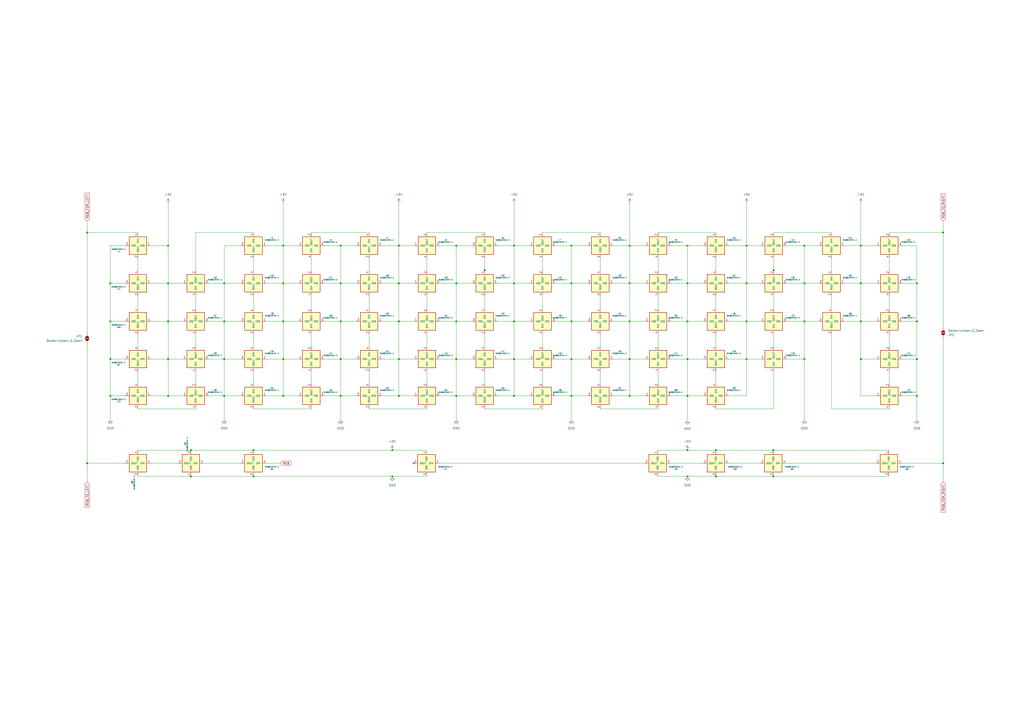
<source format=kicad_sch>
(kicad_sch (version 20250114) (generator "eeschema") (generator_version "9.0")
  (paper "A2")
  (title_block (title "OmniCode:9001 - GlyphMatrix RGB") (date "2025-07-04"))
  (lib_symbols
    (symbol "Jumper:SolderJumper_2_Open" (pin_numbers (hide yes)) (pin_names (offset 0) (hide yes)) (in_bom no)
      (property "Reference" "JP" (at 0 2.032 0))
      (property "Value" "SolderJumper_2_Open" (at 0 -2.54 0))
      (symbol "SolderJumper_2_Open_1_1"
        (pin passive line (at -3.81 0 0) (length 2.54) (name "A") (number "1"))
        (pin passive line (at 3.81 0 180) (length 2.54) (name "B") (number "2"))
      )
    )
    (symbol "TB2086_LED:SK6812MINI-E" (pin_names (offset 1.016))
      (property "Reference" "L" (at 2.54 -7.62 0))
      (property "Value" "SK6812MINI-E" (at 6.35 -6.35 0))
      (symbol "SK6812MINI-E_1_1"
        (pin input line (at -7.62 0 0) (length 2.54) (name "DIN") (number "4"))
        (pin power_in line (at 0 7.62 270) (length 2.54) (name "VDD") (number "1"))
        (pin power_in line (at 0 -7.62 90) (length 2.54) (name "VSS") (number "3"))
        (pin output line (at 7.62 0 180) (length 2.54) (name "DOUT") (number "2"))
      )
    )
    (symbol "power:+5V" (power) (pin_names (offset 0))
      (property "Value" "+5V" (at 0 3.556 0))
      (symbol "+5V_1_1"
        (pin power_in line (at 0 0 90) (length 0) (hide yes) (name "+5V") (number "1"))
      )
    )
    (symbol "power:GND" (power) (pin_names (offset 0))
      (property "Value" "GND" (at 0 -3.81 0))
      (symbol "GND_1_1"
        (pin power_in line (at 0 0 270) (length 0) (hide yes) (name "GND") (number "1"))
      )
    )
  )
  (junction (at 499.364 186.436))
  (junction (at 227.584 261.112))
  (junction (at 130.048 208.28))
  (junction (at 466.598 164.338))
  (junction (at 164.338 164.338))
  (junction (at 164.338 229.616))
  (junction (at 398.78 164.338))
  (junction (at 531.876 186.436))
  (junction (at 197.612 229.616))
  (junction (at 264.668 208.28))
  (junction (at 466.598 186.436))
  (junction (at 331.47 229.616))
  (junction (at 365.252 142.494))
  (junction (at 298.196 186.436))
  (junction (at 415.29 276.352))
  (junction (at 64.008 186.436))
  (junction (at 398.78 276.352))
  (junction (at 433.07 164.338))
  (junction (at 398.78 229.616))
  (junction (at 415.29 261.112))
  (junction (at 448.564 261.112))
  (junction (at 499.364 142.494))
  (junction (at 398.78 186.436))
  (junction (at 130.048 186.436))
  (junction (at 466.598 142.494))
  (junction (at 97.536 142.494))
  (junction (at 231.394 208.28))
  (junction (at 365.252 164.338))
  (junction (at 499.364 164.338))
  (junction (at 298.196 208.28))
  (junction (at 499.364 208.28))
  (junction (at 298.196 142.494))
  (junction (at 433.07 186.436))
  (junction (at 398.78 261.112))
  (junction (at 547.116 134.874))
  (junction (at 365.252 229.616))
  (junction (at 264.668 164.338))
  (junction (at 64.008 208.28))
  (junction (at 164.338 208.28))
  (junction (at 398.78 142.494))
  (junction (at 130.048 164.338))
  (junction (at 331.47 186.436))
  (junction (at 365.252 208.28))
  (junction (at 97.536 229.616))
  (junction (at 110.744 261.112))
  (junction (at 531.876 208.28))
  (junction (at 147.066 261.112))
  (junction (at 110.744 276.352))
  (junction (at 231.394 186.436))
  (junction (at 64.008 164.338))
  (junction (at 147.066 276.352))
  (junction (at 231.394 164.338))
  (junction (at 531.876 164.338))
  (junction (at 197.612 186.436))
  (junction (at 298.196 229.616))
  (junction (at 264.668 142.494))
  (junction (at 398.78 208.28))
  (junction (at 231.394 229.616))
  (junction (at 231.394 142.494))
  (junction (at 448.818 156.718))
  (junction (at 547.116 268.732))
  (junction (at 97.536 186.436))
  (junction (at 365.252 186.436))
  (junction (at 64.008 229.616))
  (junction (at 466.598 208.28))
  (junction (at 97.536 208.28))
  (junction (at 197.612 208.28))
  (junction (at 164.338 142.494))
  (junction (at 130.048 229.616))
  (junction (at 97.536 164.338))
  (junction (at 331.47 208.28))
  (junction (at 264.668 186.436))
  (junction (at 298.196 164.338))
  (junction (at 227.584 276.352))
  (junction (at 164.338 186.436))
  (junction (at 531.876 229.616))
  (junction (at 281.178 156.718))
  (junction (at 197.612 142.494))
  (junction (at 331.47 142.494))
  (junction (at 448.564 276.352))
  (junction (at 433.07 142.494))
  (junction (at 433.07 208.28))
  (junction (at 50.546 134.874))
  (junction (at 264.668 229.616))
  (junction (at 331.47 164.338))
  (junction (at 50.546 268.732))
  (junction (at 197.612 164.338))
  (no_connect (at 239.776 268.732))
  (wire (pts (xy 281.178 171.958) (xy 281.178 178.816)))
  (wire (pts (xy 214.122 237.236) (xy 247.65 237.236)))
  (wire (pts (xy 398.78 208.28) (xy 398.78 229.616)))
  (wire (pts (xy 64.008 186.436) (xy 72.39 186.436)))
  (wire (pts (xy 164.338 164.338) (xy 164.338 186.436)))
  (wire (pts (xy 531.876 164.338) (xy 531.876 186.436)))
  (wire (pts (xy 255.27 229.616) (xy 264.668 229.616)))
  (wire (pts (xy 381.762 150.114) (xy 381.762 156.718)))
  (wire (pts (xy 466.598 186.436) (xy 466.598 208.28)))
  (wire (pts (xy 197.612 229.616) (xy 197.612 243.332)))
  (wire (pts (xy 197.612 229.616) (xy 206.502 229.616)))
  (wire (pts (xy 231.394 142.494) (xy 231.394 164.338)))
  (wire (pts (xy 264.668 164.338) (xy 264.668 186.436)))
  (wire (pts (xy 355.854 186.436) (xy 365.252 186.436)))
  (wire (pts (xy 121.158 229.616) (xy 130.048 229.616)))
  (wire (pts (xy 214.122 215.9) (xy 214.122 221.996)))
  (wire (pts (xy 113.538 134.874) (xy 113.538 156.718)))
  (wire (pts (xy 255.016 268.732) (xy 373.888 268.732)))
  (wire (pts (xy 415.29 150.114) (xy 415.29 156.718)))
  (wire (pts (xy 499.364 164.338) (xy 508.254 164.338)))
  (wire (pts (xy 499.364 164.338) (xy 499.364 186.436)))
  (wire (pts (xy 466.598 208.28) (xy 466.598 243.332)))
  (wire (pts (xy 407.67 268.732) (xy 389.128 268.732)))
  (wire (pts (xy 80.01 261.112) (xy 110.744 261.112)))
  (wire (pts (xy 415.29 215.9) (xy 415.29 221.996)))
  (wire (pts (xy 197.612 142.494) (xy 197.612 164.338)))
  (wire (pts (xy 64.008 229.616) (xy 64.008 243.332)))
  (wire (pts (xy 147.066 194.056) (xy 147.066 200.66)))
  (wire (pts (xy 64.008 229.616) (xy 72.39 229.616)))
  (wire (pts (xy 288.798 208.28) (xy 298.196 208.28)))
  (wire (pts (xy 448.818 134.874) (xy 482.346 134.874)))
  (wire (pts (xy 231.394 142.494) (xy 240.03 142.494)))
  (wire (pts (xy 381.762 171.958) (xy 381.762 178.816)))
  (wire (pts (xy 281.178 194.056) (xy 281.178 200.66)))
  (wire (pts (xy 180.594 171.958) (xy 180.594 178.816)))
  (wire (pts (xy 97.536 186.436) (xy 97.536 208.28)))
  (wire (pts (xy 331.47 164.338) (xy 340.614 164.338)))
  (wire (pts (xy 221.742 142.494) (xy 231.394 142.494)))
  (wire (pts (xy 50.546 268.732) (xy 50.546 279.654)))
  (wire (pts (xy 197.612 164.338) (xy 197.612 186.436)))
  (wire (pts (xy 381.508 276.352) (xy 398.78 276.352)))
  (wire (pts (xy 355.854 208.28) (xy 365.252 208.28)))
  (wire (pts (xy 130.048 164.338) (xy 130.048 186.436)))
  (wire (pts (xy 197.612 186.436) (xy 206.502 186.436)))
  (wire (pts (xy 440.944 268.732) (xy 422.91 268.732)))
  (wire (pts (xy 87.63 164.338) (xy 97.536 164.338)))
  (wire (pts (xy 130.048 142.494) (xy 130.048 164.338)))
  (wire (pts (xy 288.798 142.494) (xy 298.196 142.494)))
  (wire (pts (xy 499.364 142.494) (xy 508.254 142.494)))
  (wire (pts (xy 365.252 186.436) (xy 365.252 208.28)))
  (wire (pts (xy 255.27 164.338) (xy 264.668 164.338)))
  (wire (pts (xy 180.594 150.114) (xy 180.594 156.718)))
  (wire (pts (xy 64.008 142.494) (xy 72.39 142.494)))
  (wire (pts (xy 147.066 171.958) (xy 147.066 178.816)))
  (wire (pts (xy 87.63 186.436) (xy 97.536 186.436)))
  (wire (pts (xy 180.594 194.056) (xy 180.594 200.66)))
  (wire (pts (xy 130.048 229.616) (xy 139.446 229.616)))
  (wire (pts (xy 154.686 229.616) (xy 164.338 229.616)))
  (wire (pts (xy 515.874 150.114) (xy 515.874 156.718)))
  (wire (pts (xy 264.668 229.616) (xy 264.668 243.332)))
  (wire (pts (xy 415.29 261.112) (xy 448.564 261.112)))
  (wire (pts (xy 314.706 237.49) (xy 314.706 237.236)))
  (wire (pts (xy 355.854 142.494) (xy 365.252 142.494)))
  (wire (pts (xy 50.546 200.152) (xy 50.546 268.732)))
  (wire (pts (xy 121.158 164.338) (xy 130.048 164.338)))
  (wire (pts (xy 80.01 150.114) (xy 80.01 156.718)))
  (wire (pts (xy 389.382 186.436) (xy 398.78 186.436)))
  (wire (pts (xy 398.78 276.352) (xy 415.29 276.352)))
  (wire (pts (xy 466.598 142.494) (xy 466.598 164.338)))
  (wire (pts (xy 314.706 150.114) (xy 314.706 156.718)))
  (wire (pts (xy 298.196 164.338) (xy 298.196 186.436)))
  (wire (pts (xy 221.742 186.436) (xy 231.394 186.436)))
  (wire (pts (xy 448.818 157.48) (xy 448.818 156.718)))
  (wire (pts (xy 110.744 276.352) (xy 147.066 276.352)))
  (wire (pts (xy 298.196 142.494) (xy 307.086 142.494)))
  (wire (pts (xy 164.338 186.436) (xy 172.974 186.436)))
  (wire (pts (xy 97.536 208.28) (xy 105.918 208.28)))
  (wire (pts (xy 97.536 208.28) (xy 97.536 229.616)))
  (wire (pts (xy 164.338 208.28) (xy 172.974 208.28)))
  (wire (pts (xy 264.668 142.494) (xy 264.668 164.338)))
  (wire (pts (xy 355.854 164.338) (xy 365.252 164.338)))
  (wire (pts (xy 281.178 150.114) (xy 281.178 156.718)))
  (wire (pts (xy 448.818 171.958) (xy 448.818 178.816)))
  (wire (pts (xy 221.742 164.338) (xy 231.394 164.338)))
  (wire (pts (xy 398.78 208.28) (xy 407.67 208.28)))
  (wire (pts (xy 97.536 164.338) (xy 97.536 186.436)))
  (wire (pts (xy 482.346 171.958) (xy 482.346 178.816)))
  (wire (pts (xy 322.326 164.338) (xy 331.47 164.338)))
  (wire (pts (xy 64.008 164.338) (xy 72.39 164.338)))
  (wire (pts (xy 433.07 142.494) (xy 433.07 164.338)))
  (wire (pts (xy 87.63 268.732) (xy 103.124 268.732)))
  (wire (pts (xy 348.234 237.236) (xy 381.762 237.236)))
  (wire (pts (xy 147.066 261.112) (xy 227.584 261.112)))
  (wire (pts (xy 139.446 268.732) (xy 118.364 268.732)))
  (wire (pts (xy 365.252 142.494) (xy 365.252 164.338)))
  (wire (pts (xy 499.364 186.436) (xy 508.254 186.436)))
  (wire (pts (xy 331.47 208.28) (xy 340.614 208.28)))
  (wire (pts (xy 281.178 215.9) (xy 281.178 221.996)))
  (wire (pts (xy 154.686 164.338) (xy 164.338 164.338)))
  (wire (pts (xy 365.252 142.494) (xy 374.142 142.494)))
  (wire (pts (xy 398.78 229.616) (xy 398.78 243.586)))
  (wire (pts (xy 231.394 208.28) (xy 240.03 208.28)))
  (wire (pts (xy 466.598 186.436) (xy 474.726 186.436)))
  (wire (pts (xy 298.196 186.436) (xy 307.086 186.436)))
  (wire (pts (xy 164.338 186.436) (xy 164.338 208.28)))
  (wire (pts (xy 547.116 268.732) (xy 547.116 279.654)))
  (wire (pts (xy 499.364 117.856) (xy 499.364 142.494)))
  (wire (pts (xy 365.252 229.616) (xy 374.142 229.616)))
  (wire (pts (xy 381.508 261.112) (xy 398.78 261.112)))
  (wire (pts (xy 50.546 134.874) (xy 80.01 134.874)))
  (wire (pts (xy 130.048 186.436) (xy 130.048 208.28)))
  (wire (pts (xy 331.47 142.494) (xy 331.47 164.338)))
  (wire (pts (xy 398.78 164.338) (xy 407.67 164.338)))
  (wire (pts (xy 523.494 186.436) (xy 531.876 186.436)))
  (wire (pts (xy 398.78 186.436) (xy 407.67 186.436)))
  (wire (pts (xy 398.78 186.436) (xy 398.78 208.28)))
  (wire (pts (xy 197.612 142.494) (xy 206.502 142.494)))
  (wire (pts (xy 322.326 142.494) (xy 331.47 142.494)))
  (wire (pts (xy 499.364 229.616) (xy 508.254 229.616)))
  (wire (pts (xy 466.598 164.338) (xy 474.726 164.338)))
  (wire (pts (xy 422.91 186.436) (xy 433.07 186.436)))
  (wire (pts (xy 154.686 186.436) (xy 164.338 186.436)))
  (wire (pts (xy 197.612 186.436) (xy 197.612 208.28)))
  (wire (pts (xy 110.744 261.112) (xy 147.066 261.112)))
  (wire (pts (xy 130.048 186.436) (xy 139.446 186.436)))
  (wire (pts (xy 389.382 164.338) (xy 398.78 164.338)))
  (wire (pts (xy 231.394 117.856) (xy 231.394 142.494)))
  (wire (pts (xy 331.47 186.436) (xy 340.614 186.436)))
  (wire (pts (xy 64.008 208.28) (xy 64.008 229.616)))
  (wire (pts (xy 64.008 164.338) (xy 64.008 186.436)))
  (wire (pts (xy 130.048 229.616) (xy 130.048 243.332)))
  (wire (pts (xy 121.158 208.28) (xy 130.048 208.28)))
  (wire (pts (xy 448.564 276.352) (xy 515.62 276.352)))
  (wire (pts (xy 547.116 134.874) (xy 547.116 189.23)))
  (wire (pts (xy 154.686 142.494) (xy 164.338 142.494)))
  (wire (pts (xy 130.048 164.338) (xy 139.446 164.338)))
  (wire (pts (xy 547.116 268.732) (xy 523.24 268.732)))
  (wire (pts (xy 298.196 164.338) (xy 307.086 164.338)))
  (wire (pts (xy 389.382 208.28) (xy 398.78 208.28)))
  (wire (pts (xy 298.196 117.856) (xy 298.196 142.494)))
  (wire (pts (xy 188.214 208.28) (xy 197.612 208.28)))
  (wire (pts (xy 531.876 208.28) (xy 531.876 229.616)))
  (wire (pts (xy 523.494 208.28) (xy 531.876 208.28)))
  (wire (pts (xy 489.966 142.494) (xy 499.364 142.494)))
  (wire (pts (xy 508 268.732) (xy 456.184 268.732)))
  (wire (pts (xy 515.874 171.958) (xy 515.874 178.816)))
  (wire (pts (xy 523.494 142.494) (xy 531.876 142.494)))
  (wire (pts (xy 231.394 186.436) (xy 240.03 186.436)))
  (wire (pts (xy 298.196 208.28) (xy 298.196 229.616)))
  (wire (pts (xy 448.818 194.056) (xy 448.818 200.66)))
  (wire (pts (xy 113.538 134.874) (xy 147.066 134.874)))
  (wire (pts (xy 322.326 229.616) (xy 331.47 229.616)))
  (wire (pts (xy 164.338 142.494) (xy 172.974 142.494)))
  (wire (pts (xy 164.338 117.856) (xy 164.338 142.494)))
  (wire (pts (xy 298.196 208.28) (xy 307.086 208.28)))
  (wire (pts (xy 398.78 261.112) (xy 415.29 261.112)))
  (wire (pts (xy 214.122 171.958) (xy 214.122 178.816)))
  (wire (pts (xy 231.394 186.436) (xy 231.394 208.28)))
  (wire (pts (xy 121.158 186.436) (xy 130.048 186.436)))
  (wire (pts (xy 264.668 229.616) (xy 273.558 229.616)))
  (wire (pts (xy 381.762 134.874) (xy 415.29 134.874)))
  (wire (pts (xy 322.326 186.436) (xy 331.47 186.436)))
  (wire (pts (xy 231.394 229.616) (xy 240.03 229.616)))
  (wire (pts (xy 422.91 164.338) (xy 433.07 164.338)))
  (wire (pts (xy 389.382 142.494) (xy 398.78 142.494)))
  (wire (pts (xy 482.346 237.236) (xy 515.874 237.236)))
  (wire (pts (xy 214.122 150.114) (xy 214.122 156.718)))
  (wire (pts (xy 381.762 215.9) (xy 381.762 221.996)))
  (wire (pts (xy 231.394 164.338) (xy 240.03 164.338)))
  (wire (pts (xy 531.876 186.436) (xy 531.876 208.28)))
  (wire (pts (xy 547.116 196.85) (xy 547.116 268.732)))
  (wire (pts (xy 433.07 142.494) (xy 441.198 142.494)))
  (wire (pts (xy 80.01 171.958) (xy 80.01 178.816)))
  (wire (pts (xy 433.07 186.436) (xy 433.07 208.28)))
  (wire (pts (xy 197.612 208.28) (xy 206.502 208.28)))
  (wire (pts (xy 188.214 142.494) (xy 197.612 142.494)))
  (wire (pts (xy 547.116 128.27) (xy 547.116 134.874)))
  (wire (pts (xy 433.07 164.338) (xy 433.07 186.436)))
  (wire (pts (xy 482.346 150.114) (xy 482.346 156.718)))
  (wire (pts (xy 264.668 142.494) (xy 273.558 142.494)))
  (wire (pts (xy 97.536 186.436) (xy 105.918 186.436)))
  (wire (pts (xy 314.706 134.874) (xy 348.234 134.874)))
  (wire (pts (xy 231.394 164.338) (xy 231.394 186.436)))
  (wire (pts (xy 415.29 276.352) (xy 448.564 276.352)))
  (wire (pts (xy 130.048 208.28) (xy 139.446 208.28)))
  (wire (pts (xy 348.234 215.9) (xy 348.234 221.996)))
  (wire (pts (xy 322.326 208.28) (xy 331.47 208.28)))
  (wire (pts (xy 314.706 171.958) (xy 314.706 178.816)))
  (wire (pts (xy 64.008 142.494) (xy 64.008 164.338)))
  (wire (pts (xy 314.452 237.236) (xy 281.178 237.236)))
  (wire (pts (xy 247.65 134.874) (xy 281.178 134.874)))
  (wire (pts (xy 188.214 164.338) (xy 197.612 164.338)))
  (wire (pts (xy 97.536 117.856) (xy 97.536 142.494)))
  (wire (pts (xy 255.27 142.494) (xy 264.668 142.494)))
  (wire (pts (xy 389.382 229.616) (xy 398.78 229.616)))
  (wire (pts (xy 188.214 229.616) (xy 197.612 229.616)))
  (wire (pts (xy 227.584 261.112) (xy 247.396 261.112)))
  (wire (pts (xy 466.598 164.338) (xy 466.598 186.436)))
  (wire (pts (xy 87.63 229.616) (xy 97.536 229.616)))
  (wire (pts (xy 180.594 134.874) (xy 214.122 134.874)))
  (wire (pts (xy 50.546 192.532) (xy 50.546 134.874)))
  (wire (pts (xy 398.78 142.494) (xy 407.67 142.494)))
  (wire (pts (xy 72.39 268.732) (xy 50.546 268.732)))
  (wire (pts (xy 314.706 215.9) (xy 314.706 221.996)))
  (wire (pts (xy 264.668 208.28) (xy 273.558 208.28)))
  (wire (pts (xy 422.91 142.494) (xy 433.07 142.494)))
  (wire (pts (xy 531.876 229.616) (xy 531.876 243.332)))
  (wire (pts (xy 288.798 186.436) (xy 298.196 186.436)))
  (wire (pts (xy 87.63 142.494) (xy 97.536 142.494)))
  (wire (pts (xy 489.966 164.338) (xy 499.364 164.338)))
  (wire (pts (xy 365.252 164.338) (xy 374.142 164.338)))
  (wire (pts (xy 247.65 194.056) (xy 247.65 200.66)))
  (wire (pts (xy 288.798 229.616) (xy 298.196 229.616)))
  (wire (pts (xy 130.048 208.28) (xy 130.048 229.616)))
  (wire (pts (xy 365.252 117.856) (xy 365.252 142.494)))
  (wire (pts (xy 97.536 229.616) (xy 105.918 229.616)))
  (wire (pts (xy 164.338 229.616) (xy 172.974 229.616)))
  (wire (pts (xy 523.494 229.616) (xy 531.876 229.616)))
  (wire (pts (xy 247.65 215.9) (xy 247.65 221.996)))
  (wire (pts (xy 298.196 186.436) (xy 298.196 208.28)))
  (wire (pts (xy 515.874 134.874) (xy 547.116 134.874)))
  (wire (pts (xy 531.876 142.494) (xy 531.876 164.338)))
  (wire (pts (xy 255.27 186.436) (xy 264.668 186.436)))
  (wire (pts (xy 448.818 150.114) (xy 448.818 156.718)))
  (wire (pts (xy 130.048 142.494) (xy 139.446 142.494)))
  (wire (pts (xy 197.612 208.28) (xy 197.612 229.616)))
  (wire (pts (xy 80.01 237.236) (xy 113.538 237.236)))
  (wire (pts (xy 482.346 194.056) (xy 482.346 237.236)))
  (wire (pts (xy 499.364 186.436) (xy 499.364 208.28)))
  (wire (pts (xy 523.494 164.338) (xy 531.876 164.338)))
  (wire (pts (xy 113.538 171.958) (xy 113.538 178.816)))
  (wire (pts (xy 355.854 229.616) (xy 365.252 229.616)))
  (wire (pts (xy 398.78 142.494) (xy 398.78 164.338)))
  (wire (pts (xy 164.338 208.28) (xy 164.338 229.616)))
  (wire (pts (xy 331.47 229.616) (xy 340.614 229.616)))
  (wire (pts (xy 499.364 208.28) (xy 499.364 229.616)))
  (wire (pts (xy 281.178 157.48) (xy 281.178 156.718)))
  (wire (pts (xy 113.538 215.9) (xy 113.538 221.996)))
  (wire (pts (xy 433.07 208.28) (xy 433.07 229.616)))
  (wire (pts (xy 188.214 186.436) (xy 197.612 186.436)))
  (wire (pts (xy 433.07 186.436) (xy 441.198 186.436)))
  (wire (pts (xy 456.438 164.338) (xy 466.598 164.338)))
  (wire (pts (xy 221.742 208.28) (xy 231.394 208.28)))
  (wire (pts (xy 87.63 208.28) (xy 97.536 208.28)))
  (wire (pts (xy 348.234 150.114) (xy 348.234 156.718)))
  (wire (pts (xy 365.252 208.28) (xy 365.252 229.616)))
  (wire (pts (xy 433.07 164.338) (xy 441.198 164.338)))
  (wire (pts (xy 331.47 208.28) (xy 331.47 229.616)))
  (wire (pts (xy 331.47 142.494) (xy 340.614 142.494)))
  (wire (pts (xy 448.818 237.236) (xy 415.29 237.236)))
  (wire (pts (xy 298.196 229.616) (xy 307.086 229.616)))
  (wire (pts (xy 113.538 194.056) (xy 113.538 200.66)))
  (wire (pts (xy 147.066 215.9) (xy 147.066 221.996)))
  (wire (pts (xy 180.594 221.996) (xy 180.594 215.9)))
  (wire (pts (xy 331.47 164.338) (xy 331.47 186.436)))
  (wire (pts (xy 298.196 142.494) (xy 298.196 164.338)))
  (wire (pts (xy 147.066 276.352) (xy 227.584 276.352)))
  (wire (pts (xy 348.234 194.056) (xy 348.234 200.66)))
  (wire (pts (xy 255.27 208.28) (xy 264.668 208.28)))
  (wire (pts (xy 264.668 164.338) (xy 273.558 164.338)))
  (wire (pts (xy 456.438 208.28) (xy 466.598 208.28)))
  (wire (pts (xy 97.536 164.338) (xy 105.918 164.338)))
  (wire (pts (xy 456.438 186.436) (xy 466.598 186.436)))
  (wire (pts (xy 314.452 237.49) (xy 314.706 237.49)))
  (wire (pts (xy 164.338 164.338) (xy 172.974 164.338)))
  (wire (pts (xy 231.394 208.28) (xy 231.394 229.616)))
  (wire (pts (xy 50.546 128.27) (xy 50.546 134.874)))
  (wire (pts (xy 147.066 237.236) (xy 180.594 237.236)))
  (wire (pts (xy 80.01 215.9) (xy 80.01 221.996)))
  (wire (pts (xy 264.668 186.436) (xy 264.668 208.28)))
  (wire (pts (xy 227.584 276.352) (xy 247.396 276.352)))
  (wire (pts (xy 80.01 276.352) (xy 110.744 276.352)))
  (wire (pts (xy 147.066 150.114) (xy 147.066 156.718)))
  (wire (pts (xy 415.29 171.958) (xy 415.29 178.816)))
  (wire (pts (xy 448.564 261.112) (xy 515.62 261.112)))
  (wire (pts (xy 466.598 142.494) (xy 474.726 142.494)))
  (wire (pts (xy 314.706 194.056) (xy 314.706 200.66)))
  (wire (pts (xy 381.762 194.056) (xy 381.762 200.66)))
  (wire (pts (xy 489.966 186.436) (xy 499.364 186.436)))
  (wire (pts (xy 422.91 229.616) (xy 433.07 229.616)))
  (wire (pts (xy 197.612 164.338) (xy 206.502 164.338)))
  (wire (pts (xy 515.874 215.9) (xy 515.874 221.996)))
  (wire (pts (xy 221.742 229.616) (xy 231.394 229.616)))
  (wire (pts (xy 331.47 229.616) (xy 331.47 243.332)))
  (wire (pts (xy 314.452 237.49) (xy 314.452 237.236)))
  (wire (pts (xy 247.65 171.958) (xy 247.65 178.816)))
  (wire (pts (xy 264.668 208.28) (xy 264.668 229.616)))
  (wire (pts (xy 398.78 164.338) (xy 398.78 186.436)))
  (wire (pts (xy 433.07 117.856) (xy 433.07 142.494)))
  (wire (pts (xy 365.252 208.28) (xy 374.142 208.28)))
  (wire (pts (xy 97.536 142.494) (xy 97.536 164.338)))
  (wire (pts (xy 499.364 208.28) (xy 508.254 208.28)))
  (wire (pts (xy 331.47 186.436) (xy 331.47 208.28)))
  (wire (pts (xy 398.78 229.616) (xy 407.67 229.616)))
  (wire (pts (xy 433.07 208.28) (xy 441.198 208.28)))
  (wire (pts (xy 499.364 142.494) (xy 499.364 164.338)))
  (wire (pts (xy 456.438 142.494) (xy 466.598 142.494)))
  (wire (pts (xy 164.338 142.494) (xy 164.338 164.338)))
  (wire (pts (xy 415.29 194.056) (xy 415.29 200.66)))
  (wire (pts (xy 448.818 237.236) (xy 448.818 215.9)))
  (wire (pts (xy 80.01 194.056) (xy 80.01 200.66)))
  (wire (pts (xy 348.234 171.958) (xy 348.234 178.816)))
  (wire (pts (xy 422.91 208.28) (xy 433.07 208.28)))
  (wire (pts (xy 162.56 268.732) (xy 154.686 268.732)))
  (wire (pts (xy 247.65 150.114) (xy 247.65 156.718)))
  (wire (pts (xy 64.008 186.436) (xy 64.008 208.28)))
  (wire (pts (xy 154.686 208.28) (xy 164.338 208.28)))
  (wire (pts (xy 64.008 208.28) (xy 72.39 208.28)))
  (wire (pts (xy 214.122 194.056) (xy 214.122 200.66)))
  (wire (pts (xy 264.668 186.436) (xy 273.558 186.436)))
  (wire (pts (xy 365.252 186.436) (xy 374.142 186.436)))
  (wire (pts (xy 288.798 164.338) (xy 298.196 164.338)))
  (wire (pts (xy 515.874 194.056) (xy 515.874 200.66)))
  (wire (pts (xy 365.252 164.338) (xy 365.252 186.436)))
  (global_label "RGB_TO_LEFT" (shape input) (at 50.546 279.654 270) (property "Intersheetrefs" "${INTERSHEET_REFS}" (effects (hide yes))))
  (global_label "RGB" (shape input) (at 162.56 268.732 0) (property "Intersheetrefs" "${INTERSHEET_REFS}" (effects (hide yes))))
  (global_label "RGB_TO_RIGHT" (shape input) (at 547.116 128.27 90) (property "Intersheetrefs" "${INTERSHEET_REFS}" (effects (hide yes))))
  (global_label "RGB_FOM_LEFT" (shape input) (at 50.546 128.27 90) (property "Intersheetrefs" "${INTERSHEET_REFS}" (effects (hide yes))))
  (global_label "RGB_FOM_RIGHT" (shape input) (at 547.116 279.654 270) (property "Intersheetrefs" "${INTERSHEET_REFS}" (effects (hide yes))))
  (symbol (lib_id "TB2086_LED:SK6812MINI-E") (at 147.066 229.616 270) (unit 1)
    (property "Reference" "L51" (at 157.734 225.1009 90) (effects (font (size 0.7366 0.7366))))
    (property "Value" "SK6812MINI-E" (at 157.734 226.3709 90) (effects (font (size 0.7366 0.7366))))
    (property "Footprint" "TB2086_LED_G:LED_SK6812MINI-E" (effects (hide yes)))
    (property "LCSC" "C5149201" (effects (hide yes)))
  )
  (symbol (lib_id "TB2086_LED:SK6812MINI-E") (at 247.65 142.494 90) (unit 1)
    (property "Reference" "L5" (at 258.572 139.1459 90) (effects (font (size 0.7366 0.7366))))
    (property "Value" "SK6812MINI-E" (at 258.572 140.4159 90) (effects (font (size 0.7366 0.7366))))
    (property "Footprint" "TB2086_LED_G:LED_SK6812MINI-E" (effects (hide yes)))
    (property "LCSC" "C5149201" (effects (hide yes)))
  )
  (symbol (lib_id "Jumper:SolderJumper_2_Open") (at 50.546 196.342 270) (mirror x) (unit 1) (in_bom no)
    (property "Reference" "JP1" (at 47.752 195.0719 90) (effects (justify right)))
    (property "Value" "SolderJumper_2_Open" (at 47.752 197.6119 90) (effects (justify right)))
    (property "Footprint" "TB2086_MISC:SolderJumper-2_P1.3mm_Open_TrianglePad1.0x1.5mm" (effects (hide yes)))
    (property "Description" "Solder Jumper, 2-pole, open" (effects (hide yes)))
  )
  (symbol (lib_id "TB2086_LED:SK6812MINI-E") (at 314.706 164.338 90) (unit 1)
    (property "Reference" "L21" (at 324.866 160.9899 90) (effects (font (size 0.7366 0.7366))))
    (property "Value" "SK6812MINI-E" (at 324.866 162.2599 90) (effects (font (size 0.7366 0.7366))))
    (property "Footprint" "TB2086_LED_G:LED_SK6812MINI-E" (effects (hide yes)))
    (property "LCSC" "C5149201" (effects (hide yes)))
  )
  (symbol (lib_id "TB2086_LED:SK6812MINI-E") (at 482.346 186.436 270) (unit 1)
    (property "Reference" "L38" (at 493.014 181.9209 90) (effects (font (size 0.7366 0.7366))))
    (property "Value" "SK6812MINI-E" (at 493.014 183.1909 90) (effects (font (size 0.7366 0.7366))))
    (property "Footprint" "TB2086_LED_G:LED_SK6812MINI-E" (effects (hide yes)))
    (property "LCSC" "C5149201" (effects (hide yes)))
  )
  (symbol (lib_id "TB2086_LED:SK6812MINI-E") (at 381.762 208.28 90) (unit 1)
    (property "Reference" "L47" (at 391.922 204.9319 90) (effects (font (size 0.7366 0.7366))))
    (property "Value" "SK6812MINI-E" (at 391.922 206.2019 90) (effects (font (size 0.7366 0.7366))))
    (property "Footprint" "TB2086_LED_G:LED_SK6812MINI-E" (effects (hide yes)))
    (property "LCSC" "C5149201" (effects (hide yes)))
  )
  (symbol (lib_id "TB2086_LED:SK6812MINI-E") (at 147.066 164.338 270) (unit 1)
    (property "Reference" "L16" (at 157.734 159.8229 90) (effects (font (size 0.7366 0.7366))))
    (property "Value" "SK6812MINI-E" (at 157.734 161.0929 90) (effects (font (size 0.7366 0.7366))))
    (property "Footprint" "TB2086_LED_G:LED_SK6812MINI-E" (effects (hide yes)))
    (property "LCSC" "C5149201" (effects (hide yes)))
  )
  (symbol (lib_id "TB2086_LED:SK6812MINI-E") (at 247.65 164.338 90) (unit 1)
    (property "Reference" "L19" (at 258.572 160.9899 90) (effects (font (size 0.7366 0.7366))))
    (property "Value" "SK6812MINI-E" (at 258.572 162.2599 90) (effects (font (size 0.7366 0.7366))))
    (property "Footprint" "TB2086_LED_G:LED_SK6812MINI-E" (effects (hide yes)))
    (property "LCSC" "C5149201" (effects (hide yes)))
  )
  (symbol (lib_id "TB2086_LED:SK6812MINI-E") (at 147.066 142.494 270) (unit 1)
    (property "Reference" "L2" (at 157.734 137.9789 90) (effects (font (size 0.7366 0.7366))))
    (property "Value" "SK6812MINI-E" (at 157.734 139.2489 90) (effects (font (size 0.7366 0.7366))))
    (property "Footprint" "TB2086_LED_G:LED_SK6812MINI-E" (effects (hide yes)))
    (property "LCSC" "C5149201" (effects (hide yes)))
  )
  (symbol (lib_id "power:GND") (at 531.876 243.332 0) (unit 1)
    (property "Reference" "#PWR045" (effects (hide yes)))
    (property "Value" "GND" (at 531.876 248.412 0))
  )
  (symbol (lib_id "TB2086_LED:SK6812MINI-E") (at 314.706 186.436 90) (unit 1)
    (property "Reference" "L33" (at 324.866 183.0879 90) (effects (font (size 0.7366 0.7366))))
    (property "Value" "SK6812MINI-E" (at 324.866 184.3579 90) (effects (font (size 0.7366 0.7366))))
    (property "Footprint" "TB2086_LED_G:LED_SK6812MINI-E" (effects (hide yes)))
    (property "LCSC" "C5149201" (effects (hide yes)))
  )
  (symbol (lib_id "TB2086_LED:SK6812MINI-E") (at 448.818 208.28 90) (unit 1)
    (property "Reference" "L49" (at 459.994 204.9319 90) (effects (font (size 0.7366 0.7366))))
    (property "Value" "SK6812MINI-E" (at 459.994 206.2019 90) (effects (font (size 0.7366 0.7366))))
    (property "Footprint" "TB2086_LED_G:LED_SK6812MINI-E" (effects (hide yes)))
    (property "LCSC" "C5149201" (effects (hide yes)))
  )
  (symbol (lib_id "TB2086_LED:SK6812MINI-E") (at 214.122 208.28 270) (unit 1)
    (property "Reference" "L42" (at 224.536 203.7649 90) (effects (font (size 0.7366 0.7366))))
    (property "Value" "SK6812MINI-E" (at 224.536 205.0349 90) (effects (font (size 0.7366 0.7366))))
    (property "Footprint" "TB2086_LED_G:LED_SK6812MINI-E" (effects (hide yes)))
    (property "LCSC" "C5149201" (effects (hide yes)))
  )
  (symbol (lib_id "TB2086_LED:SK6812MINI-E") (at 147.066 208.28 270) (unit 1)
    (property "Reference" "L40" (at 157.734 203.7649 90) (effects (font (size 0.7366 0.7366))))
    (property "Value" "SK6812MINI-E" (at 157.734 205.0349 90) (effects (font (size 0.7366 0.7366))))
    (property "Footprint" "TB2086_LED_G:LED_SK6812MINI-E" (effects (hide yes)))
    (property "LCSC" "C5149201" (effects (hide yes)))
  )
  (symbol (lib_id "TB2086_LED:SK6812MINI-E") (at 448.818 142.494 90) (unit 1)
    (property "Reference" "L11" (at 459.994 139.1459 90) (effects (font (size 0.7366 0.7366))))
    (property "Value" "SK6812MINI-E" (at 459.994 140.4159 90) (effects (font (size 0.7366 0.7366))))
    (property "Footprint" "TB2086_LED_G:LED_SK6812MINI-E" (effects (hide yes)))
    (property "LCSC" "C5149201" (effects (hide yes)))
  )
  (symbol (lib_id "power:+5V") (at 298.196 117.856 0) (unit 1)
    (property "Reference" "#PWR035" (effects (hide yes)))
    (property "Value" "+5V" (at 298.196 112.776 0))
  )
  (symbol (lib_id "TB2086_LED:SK6812MINI-E") (at 281.178 142.494 270) (unit 1)
    (property "Reference" "L6" (at 291.592 137.9789 90) (effects (font (size 0.7366 0.7366))))
    (property "Value" "SK6812MINI-E" (at 291.592 139.2489 90) (effects (font (size 0.7366 0.7366))))
    (property "Footprint" "TB2086_LED_G:LED_SK6812MINI-E" (effects (hide yes)))
    (property "LCSC" "C5149201" (effects (hide yes)))
  )
  (symbol (lib_id "TB2086_LED:SK6812MINI-E") (at 180.594 208.28 90) (unit 1)
    (property "Reference" "L41" (at 191.77 204.9319 90) (effects (font (size 0.7366 0.7366))))
    (property "Value" "SK6812MINI-E" (at 191.77 206.2019 90) (effects (font (size 0.7366 0.7366))))
    (property "Footprint" "TB2086_LED_G:LED_SK6812MINI-E" (effects (hide yes)))
    (property "LCSC" "C5149201" (effects (hide yes)))
  )
  (symbol (lib_id "TB2086_LED:SK6812MINI-E") (at 448.818 186.436 90) (unit 1)
    (property "Reference" "L37" (at 459.994 183.0879 90) (effects (font (size 0.7366 0.7366))))
    (property "Value" "SK6812MINI-E" (at 459.994 184.3579 90) (effects (font (size 0.7366 0.7366))))
    (property "Footprint" "TB2086_LED_G:LED_SK6812MINI-E" (effects (hide yes)))
    (property "LCSC" "C5149201" (effects (hide yes)))
  )
  (symbol (lib_id "TB2086_LED:SK6812MINI-E") (at 180.594 186.436 90) (unit 1)
    (property "Reference" "L29" (at 191.77 183.0879 90) (effects (font (size 0.7366 0.7366))))
    (property "Value" "SK6812MINI-E" (at 191.77 184.3579 90) (effects (font (size 0.7366 0.7366))))
    (property "Footprint" "TB2086_LED_G:LED_SK6812MINI-E" (effects (hide yes)))
    (property "LCSC" "C5149201" (effects (hide yes)))
  )
  (symbol (lib_id "power:+5V") (at 231.394 117.856 0) (unit 1)
    (property "Reference" "#PWR034" (effects (hide yes)))
    (property "Value" "+5V" (at 231.394 112.776 0))
  )
  (symbol (lib_id "TB2086_LED:SK6812MINI-E") (at 482.346 142.494 270) (unit 1)
    (property "Reference" "L12" (at 493.014 137.9789 90) (effects (font (size 0.7366 0.7366))))
    (property "Value" "SK6812MINI-E" (at 493.014 139.2489 90) (effects (font (size 0.7366 0.7366))))
    (property "Footprint" "TB2086_LED_G:LED_SK6812MINI-E" (effects (hide yes)))
    (property "LCSC" "C5149201" (effects (hide yes)))
  )
  (symbol (lib_id "TB2086_LED:SK6812MINI-E") (at 80.01 208.28 270) (unit 1)
    (property "Reference" "L67" (at 68.834 211.6281 90) (effects (font (size 0.7366 0.7366))))
    (property "Value" "SK6812MINI-E" (at 68.834 210.3581 90) (effects (font (size 0.7366 0.7366))))
    (property "Footprint" "TB2086_LED_G:LED_SK6812MINI-E" (effects (hide yes)))
    (property "LCSC" "C5149201" (effects (hide yes)))
  )
  (symbol (lib_id "TB2086_LED:SK6812MINI-E") (at 515.62 268.732 0) (mirror y) (unit 1)
    (property "Reference" "L69" (at 526.034 272.0801 0) (effects (font (size 0.7366 0.7366))))
    (property "Value" "SK6812MINI-E" (at 526.034 270.8101 0) (effects (font (size 0.7366 0.7366))))
    (property "Footprint" "TB2086_LED_G:LED_SK6812MINI-E" (effects (hide yes)))
    (property "LCSC" "C5149201" (effects (hide yes)))
  )
  (symbol (lib_id "TB2086_LED:SK6812MINI-E") (at 381.762 142.494 90) (unit 1)
    (property "Reference" "L9" (at 391.922 139.1459 90) (effects (font (size 0.7366 0.7366))))
    (property "Value" "SK6812MINI-E" (at 391.922 140.4159 90) (effects (font (size 0.7366 0.7366))))
    (property "Footprint" "TB2086_LED_G:LED_SK6812MINI-E" (effects (hide yes)))
    (property "LCSC" "C5149201" (effects (hide yes)))
  )
  (symbol (lib_id "TB2086_LED:SK6812MINI-E") (at 80.01 268.732 0) (mirror y) (unit 1)
    (property "Reference" "L68" (at 76.6619 279.908 90) (effects (font (size 0.7366 0.7366))))
    (property "Value" "SK6812MINI-E" (at 77.9319 279.908 90) (effects (font (size 0.7366 0.7366))))
    (property "Footprint" "TB2086_LED_G:LED_SK6812MINI-E" (effects (hide yes)))
    (property "LCSC" "C5149201" (effects (hide yes)))
  )
  (symbol (lib_id "TB2086_LED:SK6812MINI-E") (at 415.29 164.338 270) (unit 1)
    (property "Reference" "L24" (at 425.704 159.8229 90) (effects (font (size 0.7366 0.7366))))
    (property "Value" "SK6812MINI-E" (at 425.704 161.0929 90) (effects (font (size 0.7366 0.7366))))
    (property "Footprint" "TB2086_LED_G:LED_SK6812MINI-E" (effects (hide yes)))
    (property "LCSC" "C5149201" (effects (hide yes)))
  )
  (symbol (lib_id "TB2086_LED:SK6812MINI-E") (at 348.234 142.494 270) (unit 1)
    (property "Reference" "L8" (at 359.41 137.9789 90) (effects (font (size 0.7366 0.7366))))
    (property "Value" "SK6812MINI-E" (at 359.41 139.2489 90) (effects (font (size 0.7366 0.7366))))
    (property "Footprint" "TB2086_LED_G:LED_SK6812MINI-E" (effects (hide yes)))
    (property "LCSC" "C5149201" (effects (hide yes)))
  )
  (symbol (lib_id "TB2086_LED:SK6812MINI-E") (at 281.178 164.338 270) (unit 1)
    (property "Reference" "L20" (at 291.592 159.8229 90) (effects (font (size 0.7366 0.7366))))
    (property "Value" "SK6812MINI-E" (at 291.592 161.0929 90) (effects (font (size 0.7366 0.7366))))
    (property "Footprint" "TB2086_LED_G:LED_SK6812MINI-E" (effects (hide yes)))
    (property "LCSC" "C5149201" (effects (hide yes)))
  )
  (symbol (lib_id "TB2086_LED:SK6812MINI-E") (at 214.122 186.436 270) (unit 1)
    (property "Reference" "L30" (at 224.536 181.9209 90) (effects (font (size 0.7366 0.7366))))
    (property "Value" "SK6812MINI-E" (at 224.536 183.1909 90) (effects (font (size 0.7366 0.7366))))
    (property "Footprint" "TB2086_LED_G:LED_SK6812MINI-E" (effects (hide yes)))
    (property "LCSC" "C5149201" (effects (hide yes)))
  )
  (symbol (lib_id "TB2086_LED:SK6812MINI-E") (at 281.178 186.436 270) (unit 1)
    (property "Reference" "L32" (at 291.592 181.9209 90) (effects (font (size 0.7366 0.7366))))
    (property "Value" "SK6812MINI-E" (at 291.592 183.1909 90) (effects (font (size 0.7366 0.7366))))
    (property "Footprint" "TB2086_LED_G:LED_SK6812MINI-E" (effects (hide yes)))
    (property "LCSC" "C5149201" (effects (hide yes)))
  )
  (symbol (lib_id "TB2086_LED:SK6812MINI-E") (at 214.122 164.338 270) (unit 1)
    (property "Reference" "L18" (at 224.536 159.8229 90) (effects (font (size 0.7366 0.7366))))
    (property "Value" "SK6812MINI-E" (at 224.536 161.0929 90) (effects (font (size 0.7366 0.7366))))
    (property "Footprint" "TB2086_LED_G:LED_SK6812MINI-E" (effects (hide yes)))
    (property "LCSC" "C5149201" (effects (hide yes)))
  )
  (symbol (lib_id "TB2086_LED:SK6812MINI-E") (at 80.01 142.494 270) (unit 1)
    (property "Reference" "L1" (at 68.834 145.8421 90) (effects (font (size 0.7366 0.7366))))
    (property "Value" "SK6812MINI-E" (at 68.834 144.5721 90) (effects (font (size 0.7366 0.7366))))
    (property "Footprint" "TB2086_LED_G:LED_SK6812MINI-E" (effects (hide yes)))
    (property "LCSC" "C5149201" (effects (hide yes)))
  )
  (symbol (lib_id "TB2086_LED:SK6812MINI-E") (at 348.234 164.338 270) (unit 1)
    (property "Reference" "L22" (at 359.41 159.8229 90) (effects (font (size 0.7366 0.7366))))
    (property "Value" "SK6812MINI-E" (at 359.41 161.0929 90) (effects (font (size 0.7366 0.7366))))
    (property "Footprint" "TB2086_LED_G:LED_SK6812MINI-E" (effects (hide yes)))
    (property "LCSC" "C5149201" (effects (hide yes)))
  )
  (symbol (lib_id "TB2086_LED:SK6812MINI-E") (at 214.122 142.494 270) (unit 1)
    (property "Reference" "L4" (at 224.536 137.9789 90) (effects (font (size 0.7366 0.7366))))
    (property "Value" "SK6812MINI-E" (at 224.536 139.2489 90) (effects (font (size 0.7366 0.7366))))
    (property "Footprint" "TB2086_LED_G:LED_SK6812MINI-E" (effects (hide yes)))
    (property "LCSC" "C5149201" (effects (hide yes)))
  )
  (symbol (lib_id "TB2086_LED:SK6812MINI-E") (at 381.762 186.436 90) (unit 1)
    (property "Reference" "L35" (at 391.922 183.0879 90) (effects (font (size 0.7366 0.7366))))
    (property "Value" "SK6812MINI-E" (at 391.922 184.3579 90) (effects (font (size 0.7366 0.7366))))
    (property "Footprint" "TB2086_LED_G:LED_SK6812MINI-E" (effects (hide yes)))
    (property "LCSC" "C5149201" (effects (hide yes)))
  )
  (symbol (lib_id "TB2086_LED:SK6812MINI-E") (at 113.538 229.616 90) (unit 1)
    (property "Reference" "L50" (at 124.714 226.2679 90) (effects (font (size 0.7366 0.7366))))
    (property "Value" "SK6812MINI-E" (at 124.714 227.5379 90) (effects (font (size 0.7366 0.7366))))
    (property "Footprint" "TB2086_LED_G:LED_SK6812MINI-E" (effects (hide yes)))
    (property "LCSC" "C5149201" (effects (hide yes)))
  )
  (symbol (lib_id "TB2086_LED:SK6812MINI-E") (at 80.01 229.616 270) (unit 1)
    (property "Reference" "L72" (at 68.834 232.9641 90) (effects (font (size 0.7366 0.7366))))
    (property "Value" "SK6812MINI-E" (at 68.834 231.6941 90) (effects (font (size 0.7366 0.7366))))
    (property "Footprint" "TB2086_LED_G:LED_SK6812MINI-E" (effects (hide yes)))
    (property "LCSC" "C5149201" (effects (hide yes)))
  )
  (symbol (lib_id "power:GND") (at 264.668 243.332 0) (unit 1)
    (property "Reference" "#PWR042" (effects (hide yes)))
    (property "Value" "GND" (at 264.668 248.412 0))
  )
  (symbol (lib_id "TB2086_LED:SK6812MINI-E") (at 110.744 268.732 180) (unit 1)
    (property "Reference" "L60" (at 107.3959 257.556 90) (effects (font (size 0.7366 0.7366))))
    (property "Value" "SK6812MINI-E" (at 108.6659 257.556 90) (effects (font (size 0.7366 0.7366))))
    (property "Footprint" "TB2086_LED_G:LED_SK6812MINI-E" (effects (hide yes)))
    (property "LCSC" "C5149201" (effects (hide yes)))
  )
  (symbol (lib_id "TB2086_LED:SK6812MINI-E") (at 415.29 142.494 270) (unit 1)
    (property "Reference" "L10" (at 425.704 137.9789 90) (effects (font (size 0.7366 0.7366))))
    (property "Value" "SK6812MINI-E" (at 425.704 139.2489 90) (effects (font (size 0.7366 0.7366))))
    (property "Footprint" "TB2086_LED_G:LED_SK6812MINI-E" (effects (hide yes)))
    (property "LCSC" "C5149201" (effects (hide yes)))
  )
  (symbol (lib_id "TB2086_LED:SK6812MINI-E") (at 214.122 229.616 270) (unit 1)
    (property "Reference" "L53" (at 224.536 225.1009 90) (effects (font (size 0.7366 0.7366))))
    (property "Value" "SK6812MINI-E" (at 224.536 226.3709 90) (effects (font (size 0.7366 0.7366))))
    (property "Footprint" "TB2086_LED_G:LED_SK6812MINI-E" (effects (hide yes)))
    (property "LCSC" "C5149201" (effects (hide yes)))
  )
  (symbol (lib_id "TB2086_LED:SK6812MINI-E") (at 415.29 186.436 270) (unit 1)
    (property "Reference" "L36" (at 425.704 181.9209 90) (effects (font (size 0.7366 0.7366))))
    (property "Value" "SK6812MINI-E" (at 425.704 183.1909 90) (effects (font (size 0.7366 0.7366))))
    (property "Footprint" "TB2086_LED_G:LED_SK6812MINI-E" (effects (hide yes)))
    (property "LCSC" "C5149201" (effects (hide yes)))
  )
  (symbol (lib_id "TB2086_LED:SK6812MINI-E") (at 415.29 208.28 270) (unit 1)
    (property "Reference" "L48" (at 425.704 203.7649 90) (effects (font (size 0.7366 0.7366))))
    (property "Value" "SK6812MINI-E" (at 425.704 205.0349 90) (effects (font (size 0.7366 0.7366))))
    (property "Footprint" "TB2086_LED_G:LED_SK6812MINI-E" (effects (hide yes)))
    (property "LCSC" "C5149201" (effects (hide yes)))
  )
  (symbol (lib_id "TB2086_LED:SK6812MINI-E") (at 147.066 186.436 270) (unit 1)
    (property "Reference" "L28" (at 157.734 181.9209 90) (effects (font (size 0.7366 0.7366))))
    (property "Value" "SK6812MINI-E" (at 157.734 183.1909 90) (effects (font (size 0.7366 0.7366))))
    (property "Footprint" "TB2086_LED_G:LED_SK6812MINI-E" (effects (hide yes)))
    (property "LCSC" "C5149201" (effects (hide yes)))
  )
  (symbol (lib_id "TB2086_LED:SK6812MINI-E") (at 247.65 208.28 90) (unit 1)
    (property "Reference" "L43" (at 258.572 204.9319 90) (effects (font (size 0.7366 0.7366))))
    (property "Value" "SK6812MINI-E" (at 258.572 206.2019 90) (effects (font (size 0.7366 0.7366))))
    (property "Footprint" "TB2086_LED_G:LED_SK6812MINI-E" (effects (hide yes)))
    (property "LCSC" "C5149201" (effects (hide yes)))
  )
  (symbol (lib_id "TB2086_LED:SK6812MINI-E") (at 180.594 142.494 90) (unit 1)
    (property "Reference" "L3" (at 191.77 139.1459 90) (effects (font (size 0.7366 0.7366))))
    (property "Value" "SK6812MINI-E" (at 191.77 140.4159 90) (effects (font (size 0.7366 0.7366))))
    (property "Footprint" "TB2086_LED_G:LED_SK6812MINI-E" (effects (hide yes)))
    (property "LCSC" "C5149201" (effects (hide yes)))
  )
  (symbol (lib_id "TB2086_LED:SK6812MINI-E") (at 448.564 268.732 0) (mirror y) (unit 1)
    (property "Reference" "L63" (at 459.486 272.0801 0) (effects (font (size 0.7366 0.7366))))
    (property "Value" "SK6812MINI-E" (at 459.486 270.8101 0) (effects (font (size 0.7366 0.7366))))
    (property "Footprint" "TB2086_LED_G:LED_SK6812MINI-E" (effects (hide yes)))
    (property "LCSC" "C5149201" (effects (hide yes)))
  )
  (symbol (lib_id "power:+5V") (at 97.536 117.856 0) (unit 1)
    (property "Reference" "#PWR022" (effects (hide yes)))
    (property "Value" "+5V" (at 97.536 112.776 0))
  )
  (symbol (lib_id "TB2086_LED:SK6812MINI-E") (at 113.538 186.436 90) (unit 1)
    (property "Reference" "L27" (at 124.714 183.0879 90) (effects (font (size 0.7366 0.7366))))
    (property "Value" "SK6812MINI-E" (at 124.714 184.3579 90) (effects (font (size 0.7366 0.7366))))
    (property "Footprint" "TB2086_LED_G:LED_SK6812MINI-E" (effects (hide yes)))
    (property "LCSC" "C5149201" (effects (hide yes)))
  )
  (symbol (lib_id "TB2086_LED:SK6812MINI-E") (at 180.594 229.616 90) (unit 1)
    (property "Reference" "L52" (at 191.77 226.2679 90) (effects (font (size 0.7366 0.7366))))
    (property "Value" "SK6812MINI-E" (at 191.77 227.5379 90) (effects (font (size 0.7366 0.7366))))
    (property "Footprint" "TB2086_LED_G:LED_SK6812MINI-E" (effects (hide yes)))
    (property "LCSC" "C5149201" (effects (hide yes)))
  )
  (symbol (lib_id "TB2086_LED:SK6812MINI-E") (at 415.29 229.616 270) (unit 1)
    (property "Reference" "L59" (at 425.704 225.1009 90) (effects (font (size 0.7366 0.7366))))
    (property "Value" "SK6812MINI-E" (at 425.704 226.3709 90) (effects (font (size 0.7366 0.7366))))
    (property "Footprint" "TB2086_LED_G:LED_SK6812MINI-E" (effects (hide yes)))
    (property "LCSC" "C5149201" (effects (hide yes)))
  )
  (symbol (lib_id "TB2086_LED:SK6812MINI-E") (at 515.874 186.436 90) (unit 1)
    (property "Reference" "L66" (at 527.05 183.0879 90) (effects (font (size 0.7366 0.7366))))
    (property "Value" "SK6812MINI-E" (at 527.05 184.3579 90) (effects (font (size 0.7366 0.7366))))
    (property "Footprint" "TB2086_LED_G:LED_SK6812MINI-E" (effects (hide yes)))
    (property "LCSC" "C5149201" (effects (hide yes)))
  )
  (symbol (lib_id "TB2086_LED:SK6812MINI-E") (at 314.706 142.494 90) (unit 1)
    (property "Reference" "L7" (at 324.866 139.1459 90) (effects (font (size 0.7366 0.7366))))
    (property "Value" "SK6812MINI-E" (at 324.866 140.4159 90) (effects (font (size 0.7366 0.7366))))
    (property "Footprint" "TB2086_LED_G:LED_SK6812MINI-E" (effects (hide yes)))
    (property "LCSC" "C5149201" (effects (hide yes)))
  )
  (symbol (lib_id "power:+5V") (at 398.78 261.112 0) (unit 1)
    (property "Reference" "#PWR049" (effects (hide yes)))
    (property "Value" "+5V" (at 398.78 256.032 0))
  )
  (symbol (lib_id "TB2086_LED:SK6812MINI-E") (at 415.29 268.732 0) (mirror y) (unit 1)
    (property "Reference" "L62" (at 426.466 272.0801 0) (effects (font (size 0.7366 0.7366))))
    (property "Value" "SK6812MINI-E" (at 426.466 270.8101 0) (effects (font (size 0.7366 0.7366))))
    (property "Footprint" "TB2086_LED_G:LED_SK6812MINI-E" (effects (hide yes)))
    (property "LCSC" "C5149201" (effects (hide yes)))
  )
  (symbol (lib_id "TB2086_LED:SK6812MINI-E") (at 381.508 268.732 0) (mirror y) (unit 1)
    (property "Reference" "L61" (at 392.176 272.0801 0) (effects (font (size 0.7366 0.7366))))
    (property "Value" "SK6812MINI-E" (at 392.176 270.8101 0) (effects (font (size 0.7366 0.7366))))
    (property "Footprint" "TB2086_LED_G:LED_SK6812MINI-E" (effects (hide yes)))
    (property "LCSC" "C5149201" (effects (hide yes)))
  )
  (symbol (lib_id "TB2086_LED:SK6812MINI-E") (at 348.234 229.616 270) (unit 1)
    (property "Reference" "L57" (at 359.41 225.1009 90) (effects (font (size 0.7366 0.7366))))
    (property "Value" "SK6812MINI-E" (at 359.41 226.3709 90) (effects (font (size 0.7366 0.7366))))
    (property "Footprint" "TB2086_LED_G:LED_SK6812MINI-E" (effects (hide yes)))
    (property "LCSC" "C5149201" (effects (hide yes)))
  )
  (symbol (lib_id "TB2086_LED:SK6812MINI-E") (at 281.178 208.28 270) (unit 1)
    (property "Reference" "L44" (at 291.592 203.7649 90) (effects (font (size 0.7366 0.7366))))
    (property "Value" "SK6812MINI-E" (at 291.592 205.0349 90) (effects (font (size 0.7366 0.7366))))
    (property "Footprint" "TB2086_LED_G:LED_SK6812MINI-E" (effects (hide yes)))
    (property "LCSC" "C5149201" (effects (hide yes)))
  )
  (symbol (lib_id "power:GND") (at 466.598 243.332 0) (unit 1)
    (property "Reference" "#PWR046" (effects (hide yes)))
    (property "Value" "GND" (at 466.598 248.412 0))
  )
  (symbol (lib_id "power:GND") (at 197.612 243.332 0) (unit 1)
    (property "Reference" "#PWR041" (effects (hide yes)))
    (property "Value" "GND" (at 197.612 248.412 0))
  )
  (symbol (lib_id "TB2086_LED:SK6812MINI-E") (at 448.818 164.338 90) (unit 1)
    (property "Reference" "L25" (at 459.994 160.9899 90) (effects (font (size 0.7366 0.7366))))
    (property "Value" "SK6812MINI-E" (at 459.994 162.2599 90) (effects (font (size 0.7366 0.7366))))
    (property "Footprint" "TB2086_LED_G:LED_SK6812MINI-E" (effects (hide yes)))
    (property "LCSC" "C5149201" (effects (hide yes)))
  )
  (symbol (lib_id "power:+5V") (at 164.338 117.856 0) (unit 1)
    (property "Reference" "#PWR033" (effects (hide yes)))
    (property "Value" "+5V" (at 164.338 112.776 0))
  )
  (symbol (lib_id "power:GND") (at 331.47 243.332 0) (unit 1)
    (property "Reference" "#PWR043" (effects (hide yes)))
    (property "Value" "GND" (at 331.47 248.412 0))
  )
  (symbol (lib_id "TB2086_LED:SK6812MINI-E") (at 113.538 164.338 90) (unit 1)
    (property "Reference" "L15" (at 124.714 160.9899 90) (effects (font (size 0.7366 0.7366))))
    (property "Value" "SK6812MINI-E" (at 124.714 162.2599 90) (effects (font (size 0.7366 0.7366))))
    (property "Footprint" "TB2086_LED_G:LED_SK6812MINI-E" (effects (hide yes)))
    (property "LCSC" "C5149201" (effects (hide yes)))
  )
  (symbol (lib_id "TB2086_LED:SK6812MINI-E") (at 348.234 186.436 270) (unit 1)
    (property "Reference" "L34" (at 359.41 181.9209 90) (effects (font (size 0.7366 0.7366))))
    (property "Value" "SK6812MINI-E" (at 359.41 183.1909 90) (effects (font (size 0.7366 0.7366))))
    (property "Footprint" "TB2086_LED_G:LED_SK6812MINI-E" (effects (hide yes)))
    (property "LCSC" "C5149201" (effects (hide yes)))
  )
  (symbol (lib_id "TB2086_LED:SK6812MINI-E") (at 80.01 186.436 270) (unit 1)
    (property "Reference" "L65" (at 68.834 189.7841 90) (effects (font (size 0.7366 0.7366))))
    (property "Value" "SK6812MINI-E" (at 68.834 188.5141 90) (effects (font (size 0.7366 0.7366))))
    (property "Footprint" "TB2086_LED_G:LED_SK6812MINI-E" (effects (hide yes)))
    (property "LCSC" "C5149201" (effects (hide yes)))
  )
  (symbol (lib_id "TB2086_LED:SK6812MINI-E") (at 147.066 268.732 0) (mirror y) (unit 1)
    (property "Reference" "L64" (at 157.734 272.0801 0) (effects (font (size 0.7366 0.7366))))
    (property "Value" "SK6812MINI-E" (at 157.734 270.8101 0) (effects (font (size 0.7366 0.7366))))
    (property "Footprint" "TB2086_LED_G:LED_SK6812MINI-E" (effects (hide yes)))
    (property "LCSC" "C5149201" (effects (hide yes)))
  )
  (symbol (lib_id "TB2086_LED:SK6812MINI-E") (at 80.01 164.338 270) (unit 1)
    (property "Reference" "L14" (at 68.834 167.6861 90) (effects (font (size 0.7366 0.7366))))
    (property "Value" "SK6812MINI-E" (at 68.834 166.4161 90) (effects (font (size 0.7366 0.7366))))
    (property "Footprint" "TB2086_LED_G:LED_SK6812MINI-E" (effects (hide yes)))
    (property "LCSC" "C5149201" (effects (hide yes)))
  )
  (symbol (lib_id "TB2086_LED:SK6812MINI-E") (at 281.178 229.616 270) (unit 1)
    (property "Reference" "L55" (at 291.592 225.1009 90) (effects (font (size 0.7366 0.7366))))
    (property "Value" "SK6812MINI-E" (at 291.592 226.3709 90) (effects (font (size 0.7366 0.7366))))
    (property "Footprint" "TB2086_LED_G:LED_SK6812MINI-E" (effects (hide yes)))
    (property "LCSC" "C5149201" (effects (hide yes)))
  )
  (symbol (lib_id "TB2086_LED:SK6812MINI-E") (at 180.594 164.338 90) (unit 1)
    (property "Reference" "L17" (at 191.77 160.9899 90) (effects (font (size 0.7366 0.7366))))
    (property "Value" "SK6812MINI-E" (at 191.77 162.2599 90) (effects (font (size 0.7366 0.7366))))
    (property "Footprint" "TB2086_LED_G:LED_SK6812MINI-E" (effects (hide yes)))
    (property "LCSC" "C5149201" (effects (hide yes)))
  )
  (symbol (lib_id "TB2086_LED:SK6812MINI-E") (at 381.762 229.616 90) (unit 1)
    (property "Reference" "L58" (at 391.922 226.2679 90) (effects (font (size 0.7366 0.7366))))
    (property "Value" "SK6812MINI-E" (at 391.922 227.5379 90) (effects (font (size 0.7366 0.7366))))
    (property "Footprint" "TB2086_LED_G:LED_SK6812MINI-E" (effects (hide yes)))
    (property "LCSC" "C5149201" (effects (hide yes)))
  )
  (symbol (lib_id "TB2086_LED:SK6812MINI-E") (at 247.65 229.616 90) (unit 1)
    (property "Reference" "L54" (at 258.572 226.2679 90) (effects (font (size 0.7366 0.7366))))
    (property "Value" "SK6812MINI-E" (at 258.572 227.5379 90) (effects (font (size 0.7366 0.7366))))
    (property "Footprint" "TB2086_LED_G:LED_SK6812MINI-E" (effects (hide yes)))
    (property "LCSC" "C5149201" (effects (hide yes)))
  )
  (symbol (lib_id "power:GND") (at 398.78 243.586 0) (unit 1)
    (property "Reference" "#PWR044" (effects (hide yes)))
    (property "Value" "GND" (at 398.78 248.666 0))
  )
  (symbol (lib_id "TB2086_LED:SK6812MINI-E") (at 515.874 164.338 90) (unit 1)
    (property "Reference" "L70" (at 527.05 160.9899 90) (effects (font (size 0.7366 0.7366))))
    (property "Value" "SK6812MINI-E" (at 527.05 162.2599 90) (effects (font (size 0.7366 0.7366))))
    (property "Footprint" "TB2086_LED_G:LED_SK6812MINI-E" (effects (hide yes)))
    (property "LCSC" "C5149201" (effects (hide yes)))
  )
  (symbol (lib_id "power:GND") (at 64.008 243.332 0) (unit 1)
    (property "Reference" "#PWR039" (effects (hide yes)))
    (property "Value" "GND" (at 64.008 248.412 0))
  )
  (symbol (lib_id "TB2086_LED:SK6812MINI-E") (at 348.234 208.28 270) (unit 1)
    (property "Reference" "L46" (at 359.41 203.7649 90) (effects (font (size 0.7366 0.7366))))
    (property "Value" "SK6812MINI-E" (at 359.41 205.0349 90) (effects (font (size 0.7366 0.7366))))
    (property "Footprint" "TB2086_LED_G:LED_SK6812MINI-E" (effects (hide yes)))
    (property "LCSC" "C5149201" (effects (hide yes)))
  )
  (symbol (lib_id "TB2086_LED:SK6812MINI-E") (at 314.706 229.616 90) (unit 1)
    (property "Reference" "L56" (at 324.866 226.2679 90) (effects (font (size 0.7366 0.7366))))
    (property "Value" "SK6812MINI-E" (at 324.866 227.5379 90) (effects (font (size 0.7366 0.7366))))
    (property "Footprint" "TB2086_LED_G:LED_SK6812MINI-E" (effects (hide yes)))
    (property "LCSC" "C5149201" (effects (hide yes)))
  )
  (symbol (lib_id "Jumper:SolderJumper_2_Open") (at 547.116 193.04 90) (mirror x) (unit 1) (in_bom no)
    (property "Reference" "JP2" (at 549.91 194.3101 90) (effects (justify right)))
    (property "Value" "SolderJumper_2_Open" (at 549.91 191.7701 90) (effects (justify right)))
    (property "Footprint" "TB2086_MISC:SolderJumper-2_P1.3mm_Open_TrianglePad1.0x1.5mm" (effects (hide yes)))
    (property "Description" "Solder Jumper, 2-pole, open" (effects (hide yes)))
  )
  (symbol (lib_id "power:+5V") (at 433.07 117.856 0) (unit 1)
    (property "Reference" "#PWR037" (effects (hide yes)))
    (property "Value" "+5V" (at 433.07 112.776 0))
  )
  (symbol (lib_id "TB2086_LED:SK6812MINI-E") (at 515.874 229.616 90) (unit 1)
    (property "Reference" "L73" (at 527.05 226.2679 90) (effects (font (size 0.7366 0.7366))))
    (property "Value" "SK6812MINI-E" (at 527.05 227.5379 90) (effects (font (size 0.7366 0.7366))))
    (property "Footprint" "TB2086_LED_G:LED_SK6812MINI-E" (effects (hide yes)))
    (property "LCSC" "C5149201" (effects (hide yes)))
  )
  (symbol (lib_id "TB2086_LED:SK6812MINI-E") (at 314.706 208.28 90) (unit 1)
    (property "Reference" "L45" (at 324.866 204.9319 90) (effects (font (size 0.7366 0.7366))))
    (property "Value" "SK6812MINI-E" (at 324.866 206.2019 90) (effects (font (size 0.7366 0.7366))))
    (property "Footprint" "TB2086_LED_G:LED_SK6812MINI-E" (effects (hide yes)))
    (property "LCSC" "C5149201" (effects (hide yes)))
  )
  (symbol (lib_id "power:GND") (at 398.78 276.352 0) (unit 1)
    (property "Reference" "#PWR050" (effects (hide yes)))
    (property "Value" "GND" (at 398.78 281.432 0))
  )
  (symbol (lib_id "power:GND") (at 130.048 243.332 0) (unit 1)
    (property "Reference" "#PWR040" (effects (hide yes)))
    (property "Value" "GND" (at 130.048 248.412 0))
  )
  (symbol (lib_id "TB2086_LED:SK6812MINI-E") (at 515.874 208.28 90) (unit 1)
    (property "Reference" "L71" (at 527.05 204.9319 90) (effects (font (size 0.7366 0.7366))))
    (property "Value" "SK6812MINI-E" (at 527.05 206.2019 90) (effects (font (size 0.7366 0.7366))))
    (property "Footprint" "TB2086_LED_G:LED_SK6812MINI-E" (effects (hide yes)))
    (property "LCSC" "C5149201" (effects (hide yes)))
  )
  (symbol (lib_id "power:GND") (at 227.584 276.352 0) (unit 1)
    (property "Reference" "#PWR048" (effects (hide yes)))
    (property "Value" "GND" (at 227.584 281.432 0))
  )
  (symbol (lib_id "TB2086_LED:SK6812MINI-E") (at 515.874 142.494 90) (unit 1)
    (property "Reference" "L13" (at 527.05 139.1459 90) (effects (font (size 0.7366 0.7366))))
    (property "Value" "SK6812MINI-E" (at 527.05 140.4159 90) (effects (font (size 0.7366 0.7366))))
    (property "Footprint" "TB2086_LED_G:LED_SK6812MINI-E" (effects (hide yes)))
    (property "LCSC" "C5149201" (effects (hide yes)))
  )
  (symbol (lib_id "power:+5V") (at 365.252 117.856 0) (unit 1)
    (property "Reference" "#PWR036" (effects (hide yes)))
    (property "Value" "+5V" (at 365.252 112.776 0))
  )
  (symbol (lib_id "power:+5V") (at 227.584 261.112 0) (unit 1)
    (property "Reference" "#PWR047" (effects (hide yes)))
    (property "Value" "+5V" (at 227.584 256.032 0))
  )
  (symbol (lib_id "TB2086_LED:SK6812MINI-E") (at 482.346 164.338 270) (unit 1)
    (property "Reference" "L26" (at 493.014 159.8229 90) (effects (font (size 0.7366 0.7366))))
    (property "Value" "SK6812MINI-E" (at 493.014 161.0929 90) (effects (font (size 0.7366 0.7366))))
    (property "Footprint" "TB2086_LED_G:LED_SK6812MINI-E" (effects (hide yes)))
    (property "LCSC" "C5149201" (effects (hide yes)))
  )
  (symbol (lib_id "TB2086_LED:SK6812MINI-E") (at 247.65 186.436 90) (unit 1)
    (property "Reference" "L31" (at 258.572 183.0879 90) (effects (font (size 0.7366 0.7366))))
    (property "Value" "SK6812MINI-E" (at 258.572 184.3579 90) (effects (font (size 0.7366 0.7366))))
    (property "Footprint" "TB2086_LED_G:LED_SK6812MINI-E" (effects (hide yes)))
    (property "LCSC" "C5149201" (effects (hide yes)))
  )
  (symbol (lib_id "TB2086_LED:SK6812MINI-E") (at 247.396 268.732 0) (mirror y) (unit 1)
    (property "Reference" "L74" (at 258.318 272.0801 0) (effects (font (size 0.7366 0.7366))))
    (property "Value" "SK6812MINI-E" (at 258.318 270.8101 0) (effects (font (size 0.7366 0.7366))))
    (property "Footprint" "TB2086_LED_G:LED_SK6812MINI-E" (effects (hide yes)))
    (property "LCSC" "C5149201" (effects (hide yes)))
  )
  (symbol (lib_id "TB2086_LED:SK6812MINI-E") (at 381.762 164.338 90) (unit 1)
    (property "Reference" "L23" (at 391.922 160.9899 90) (effects (font (size 0.7366 0.7366))))
    (property "Value" "SK6812MINI-E" (at 391.922 162.2599 90) (effects (font (size 0.7366 0.7366))))
    (property "Footprint" "TB2086_LED_G:LED_SK6812MINI-E" (effects (hide yes)))
    (property "LCSC" "C5149201" (effects (hide yes)))
  )
  (symbol (lib_id "TB2086_LED:SK6812MINI-E") (at 113.538 208.28 90) (unit 1)
    (property "Reference" "L39" (at 124.714 204.9319 90) (effects (font (size 0.7366 0.7366))))
    (property "Value" "SK6812MINI-E" (at 124.714 206.2019 90) (effects (font (size 0.7366 0.7366))))
    (property "Footprint" "TB2086_LED_G:LED_SK6812MINI-E" (effects (hide yes)))
    (property "LCSC" "C5149201" (effects (hide yes)))
  )
  (symbol (lib_id "power:+5V") (at 499.364 117.856 0) (unit 1)
    (property "Reference" "#PWR038" (effects (hide yes)))
    (property "Value" "+5V" (at 499.364 112.776 0))
  )
)
</source>
